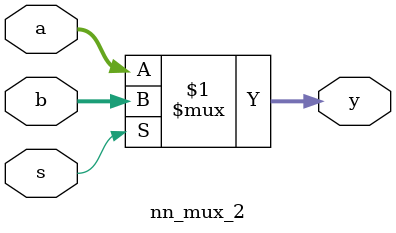
<source format=sv>
module nn_mux_2(input logic s,
              input logic [7:0] a, b, 
              output logic [7:0] y);

  assign y = s ? b : a;

endmodule

/*
Este módulo es un multiplexor de 2 entradas. Se utilizará
para elegir el origen de los datos de entrada al input FIFO.
*/
</source>
